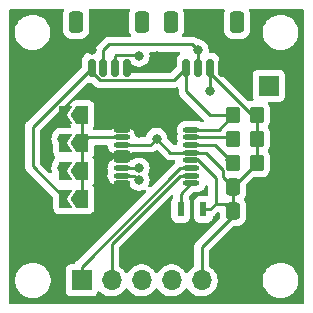
<source format=gbr>
%TF.GenerationSoftware,KiCad,Pcbnew,(7.0.0)*%
%TF.CreationDate,2023-02-19T16:47:07-06:00*%
%TF.ProjectId,ADS1219,41445331-3231-4392-9e6b-696361645f70,4*%
%TF.SameCoordinates,Original*%
%TF.FileFunction,Copper,L1,Top*%
%TF.FilePolarity,Positive*%
%FSLAX46Y46*%
G04 Gerber Fmt 4.6, Leading zero omitted, Abs format (unit mm)*
G04 Created by KiCad (PCBNEW (7.0.0)) date 2023-02-19 16:47:07*
%MOMM*%
%LPD*%
G01*
G04 APERTURE LIST*
G04 Aperture macros list*
%AMRoundRect*
0 Rectangle with rounded corners*
0 $1 Rounding radius*
0 $2 $3 $4 $5 $6 $7 $8 $9 X,Y pos of 4 corners*
0 Add a 4 corners polygon primitive as box body*
4,1,4,$2,$3,$4,$5,$6,$7,$8,$9,$2,$3,0*
0 Add four circle primitives for the rounded corners*
1,1,$1+$1,$2,$3*
1,1,$1+$1,$4,$5*
1,1,$1+$1,$6,$7*
1,1,$1+$1,$8,$9*
0 Add four rect primitives between the rounded corners*
20,1,$1+$1,$2,$3,$4,$5,0*
20,1,$1+$1,$4,$5,$6,$7,0*
20,1,$1+$1,$6,$7,$8,$9,0*
20,1,$1+$1,$8,$9,$2,$3,0*%
%AMFreePoly0*
4,1,6,1.000000,0.000000,0.500000,-0.750000,-0.500000,-0.750000,-0.500000,0.750000,0.500000,0.750000,1.000000,0.000000,1.000000,0.000000,$1*%
%AMFreePoly1*
4,1,6,0.500000,-0.750000,-0.650000,-0.750000,-0.150000,0.000000,-0.650000,0.750000,0.500000,0.750000,0.500000,-0.750000,0.500000,-0.750000,$1*%
G04 Aperture macros list end*
%TA.AperFunction,SMDPad,CuDef*%
%ADD10R,0.568000X1.258799*%
%TD*%
%TA.AperFunction,ComponentPad*%
%ADD11R,1.700000X1.700000*%
%TD*%
%TA.AperFunction,SMDPad,CuDef*%
%ADD12O,1.400000X0.449999*%
%TD*%
%TA.AperFunction,SMDPad,CuDef*%
%ADD13RoundRect,0.150000X0.150000X0.625000X-0.150000X0.625000X-0.150000X-0.625000X0.150000X-0.625000X0*%
%TD*%
%TA.AperFunction,SMDPad,CuDef*%
%ADD14RoundRect,0.250000X0.350000X0.650000X-0.350000X0.650000X-0.350000X-0.650000X0.350000X-0.650000X0*%
%TD*%
%TA.AperFunction,SMDPad,CuDef*%
%ADD15FreePoly0,180.000000*%
%TD*%
%TA.AperFunction,SMDPad,CuDef*%
%ADD16FreePoly1,180.000000*%
%TD*%
%TA.AperFunction,SMDPad,CuDef*%
%ADD17RoundRect,0.250000X0.350000X0.450000X-0.350000X0.450000X-0.350000X-0.450000X0.350000X-0.450000X0*%
%TD*%
%TA.AperFunction,SMDPad,CuDef*%
%ADD18RoundRect,0.250000X0.337500X0.475000X-0.337500X0.475000X-0.337500X-0.475000X0.337500X-0.475000X0*%
%TD*%
%TA.AperFunction,ComponentPad*%
%ADD19O,1.700000X1.700000*%
%TD*%
%TA.AperFunction,SMDPad,CuDef*%
%ADD20RoundRect,0.250000X-0.337500X-0.475000X0.337500X-0.475000X0.337500X0.475000X-0.337500X0.475000X0*%
%TD*%
%TA.AperFunction,ViaPad*%
%ADD21C,0.800000*%
%TD*%
%TA.AperFunction,Conductor*%
%ADD22C,0.250000*%
%TD*%
G04 APERTURE END LIST*
D10*
%TO.P,U2,1,VIN*%
%TO.N,+3.3V*%
X174449959Y-90983999D03*
%TO.P,U2,2,VOUT*%
%TO.N,Net-(U1-Pad9)*%
X172550039Y-90983999D03*
%TO.P,U2,3,GND*%
%TO.N,GND*%
X173499999Y-93015999D03*
%TD*%
D11*
%TO.P,J4,1,Pin_1*%
%TO.N,Net-(J4-Pad1)*%
X179999999Y-80499999D03*
%TD*%
D12*
%TO.P,U1,1,A0*%
%TO.N,GND*%
X167550000Y-84225000D03*
%TO.P,U1,2,A1*%
%TO.N,/A1*%
X167550000Y-84875001D03*
%TO.P,U1,3,RESET_N*%
%TO.N,+3.3V*%
X167550000Y-85525000D03*
%TO.P,U1,4,DGND*%
%TO.N,GND*%
X167550000Y-86175001D03*
%TO.P,U1,5,AVSS*%
X167550000Y-86825000D03*
%TO.P,U1,6,AIN3*%
%TO.N,/AIN3*%
X167550000Y-87475001D03*
%TO.P,U1,7,AIN2*%
%TO.N,/AIN2*%
X167550000Y-88125000D03*
%TO.P,U1,8,REFN*%
%TO.N,GND*%
X167550000Y-88775001D03*
%TO.P,U1,9,REFP*%
%TO.N,Net-(U1-Pad9)*%
X173450001Y-88775001D03*
%TO.P,U1,10,AIN1*%
%TO.N,/AIN1*%
X173450001Y-88125000D03*
%TO.P,U1,11,AIN0*%
%TO.N,/AIN0*%
X173450001Y-87475001D03*
%TO.P,U1,12,AVDD*%
%TO.N,+3.3V*%
X173450001Y-86825000D03*
%TO.P,U1,13,DVDD*%
X173450001Y-86175001D03*
%TO.P,U1,14,DRDY_N*%
%TO.N,Net-(J4-Pad1)*%
X173450001Y-85525000D03*
%TO.P,U1,15,SDA*%
%TO.N,/SDA*%
X173450001Y-84875001D03*
%TO.P,U1,16,SCL*%
%TO.N,/SCL*%
X173450001Y-84225000D03*
%TD*%
D13*
%TO.P,J1,1,Pin_1*%
%TO.N,GND*%
X168000000Y-79000000D03*
%TO.P,J1,2,Pin_2*%
%TO.N,+3.3V*%
X167000000Y-79000000D03*
%TO.P,J1,3,Pin_3*%
%TO.N,/SDA*%
X166000000Y-79000000D03*
%TO.P,J1,4,Pin_4*%
%TO.N,/SCL*%
X165000000Y-79000000D03*
D14*
%TO.P,J1,MP*%
%TO.N,N/C*%
X163700000Y-75125000D03*
X169300000Y-75125000D03*
%TD*%
D15*
%TO.P,JP3,1,A*%
%TO.N,/A1*%
X164225000Y-87748570D03*
D16*
%TO.P,JP3,2,B*%
%TO.N,/SDA*%
X162775000Y-87748570D03*
%TD*%
D13*
%TO.P,J3,1,Pin_1*%
%TO.N,GND*%
X176000000Y-79000000D03*
%TO.P,J3,2,Pin_2*%
%TO.N,+3.3V*%
X175000000Y-79000000D03*
%TO.P,J3,3,Pin_3*%
%TO.N,/SDA*%
X174000000Y-79000000D03*
%TO.P,J3,4,Pin_4*%
%TO.N,/SCL*%
X173000000Y-79000000D03*
D14*
%TO.P,J3,MP*%
%TO.N,N/C*%
X171700000Y-75125000D03*
X177300000Y-75125000D03*
%TD*%
D17*
%TO.P,R3,1*%
%TO.N,+3.3V*%
X179000000Y-83000000D03*
%TO.P,R3,2*%
%TO.N,/SCL*%
X177000000Y-83000000D03*
%TD*%
D15*
%TO.P,JP1,1,A*%
%TO.N,/A1*%
X164225000Y-83000000D03*
D16*
%TO.P,JP1,2,B*%
%TO.N,GND*%
X162775000Y-83000000D03*
%TD*%
D18*
%TO.P,C1,1*%
%TO.N,GND*%
X179037500Y-89096000D03*
%TO.P,C1,2*%
%TO.N,+3.3V*%
X176962500Y-89096000D03*
%TD*%
D17*
%TO.P,R2,1*%
%TO.N,+3.3V*%
X179000000Y-87064000D03*
%TO.P,R2,2*%
%TO.N,Net-(J4-Pad1)*%
X177000000Y-87064000D03*
%TD*%
%TO.P,R1,1*%
%TO.N,+3.3V*%
X179000000Y-85032000D03*
%TO.P,R1,2*%
%TO.N,/SDA*%
X177000000Y-85032000D03*
%TD*%
D11*
%TO.P,J2,1,Pin_1*%
%TO.N,/AIN0*%
X164149999Y-96999999D03*
D19*
%TO.P,J2,2,Pin_2*%
%TO.N,/AIN1*%
X166689999Y-96999999D03*
%TO.P,J2,3,Pin_3*%
%TO.N,/AIN2*%
X169229999Y-96999999D03*
%TO.P,J2,4,Pin_4*%
%TO.N,/AIN3*%
X171769999Y-96999999D03*
%TO.P,J2,5,Pin_5*%
%TO.N,+3.3V*%
X174309999Y-96999999D03*
%TO.P,J2,6,Pin_6*%
%TO.N,GND*%
X176849999Y-96999999D03*
%TD*%
D15*
%TO.P,JP4,1,A*%
%TO.N,/A1*%
X164225000Y-90122855D03*
D16*
%TO.P,JP4,2,B*%
%TO.N,/SCL*%
X162775000Y-90122855D03*
%TD*%
D15*
%TO.P,JP2,1,A*%
%TO.N,/A1*%
X164225000Y-85374285D03*
D16*
%TO.P,JP2,2,B*%
%TO.N,+3.3V*%
X162775000Y-85374285D03*
%TD*%
D20*
%TO.P,C2,1*%
%TO.N,+3.3V*%
X176962500Y-91128000D03*
%TO.P,C2,2*%
%TO.N,GND*%
X179037500Y-91128000D03*
%TD*%
D21*
%TO.N,GND*%
X169000000Y-84500000D03*
X170500000Y-78000000D03*
X172000000Y-81500000D03*
X172500000Y-93000000D03*
X176000000Y-77500000D03*
X165000000Y-77500000D03*
%TO.N,+3.3V*%
X175000000Y-81000000D03*
X170500000Y-85000000D03*
X162500000Y-85000000D03*
X169000000Y-78000000D03*
%TO.N,/SDA*%
X177000000Y-85000000D03*
X162500000Y-87500000D03*
X174000000Y-77500000D03*
%TO.N,/AIN2*%
X169000000Y-88500000D03*
%TO.N,/AIN3*%
X169000000Y-87500000D03*
%TO.N,Net-(J4-Pad1)*%
X176718000Y-86782000D03*
%TD*%
D22*
%TO.N,/A1*%
X164724283Y-84875002D02*
X164225000Y-85374285D01*
X167550001Y-84875002D02*
X164724283Y-84875002D01*
%TO.N,+3.3V*%
X174675002Y-86175002D02*
X176122600Y-87622600D01*
X169000000Y-78000000D02*
X168947600Y-77947600D01*
X179000000Y-87064000D02*
X179000000Y-83000000D01*
X175016000Y-90984000D02*
X175500000Y-90500000D01*
X175500000Y-90500000D02*
X176334500Y-90500000D01*
X175500000Y-88339500D02*
X175500000Y-90500000D01*
X174310000Y-94190000D02*
X174310000Y-97000000D01*
X178545856Y-83000000D02*
X175000000Y-79454144D01*
X176968000Y-89096000D02*
X179000000Y-87064000D01*
X173450002Y-86175002D02*
X174675002Y-86175002D01*
X167052400Y-77947600D02*
X167000000Y-78000000D01*
X175000000Y-79454144D02*
X175000000Y-79000000D01*
X168947600Y-77947600D02*
X167052400Y-77947600D01*
X175000000Y-81000000D02*
X175000000Y-79000000D01*
X179000000Y-83000000D02*
X178545856Y-83000000D01*
X173450002Y-86825001D02*
X173985501Y-86825001D01*
X176122600Y-88256100D02*
X176962500Y-89096000D01*
X176962500Y-91537500D02*
X174310000Y-94190000D01*
X176122600Y-87622600D02*
X176122600Y-88256100D01*
X170500000Y-85000000D02*
X171675002Y-86175002D01*
X171675002Y-86175002D02*
X173450002Y-86175002D01*
X176962500Y-91128000D02*
X176962500Y-89096000D01*
X176962500Y-89096000D02*
X176968000Y-89096000D01*
X174449960Y-90984000D02*
X175016000Y-90984000D01*
X176334500Y-90500000D02*
X176962500Y-91128000D01*
X170500000Y-85000000D02*
X169974999Y-85525001D01*
X173985501Y-86825001D02*
X175500000Y-88339500D01*
X176962500Y-91128000D02*
X176962500Y-91537500D01*
X167000000Y-78000000D02*
X167000000Y-79000000D01*
X169974999Y-85525001D02*
X167550001Y-85525001D01*
%TO.N,/SDA*%
X173450002Y-84875002D02*
X176843002Y-84875002D01*
X176843002Y-84875002D02*
X177000000Y-85032000D01*
X174000000Y-77500000D02*
X174000000Y-79000000D01*
X177000000Y-85000000D02*
X177000000Y-85032000D01*
X173500000Y-77000000D02*
X166500000Y-77000000D01*
X166500000Y-77000000D02*
X166000000Y-77500000D01*
X166000000Y-77500000D02*
X166000000Y-79000000D01*
X174000000Y-77500000D02*
X173500000Y-77000000D01*
%TO.N,/SCL*%
X177000000Y-83000000D02*
X175774999Y-84225001D01*
X175774999Y-84225001D02*
X173450002Y-84225001D01*
X175000000Y-83000000D02*
X173000000Y-81000000D01*
X165000000Y-79379435D02*
X165000000Y-79000000D01*
X165000000Y-79000000D02*
X160000000Y-84000000D01*
X173000000Y-81000000D02*
X173000000Y-79000000D01*
X160000000Y-87347855D02*
X162775000Y-90122855D01*
X177000000Y-83000000D02*
X175500000Y-83000000D01*
X160000000Y-84000000D02*
X160000000Y-87347855D01*
X173000000Y-79000000D02*
X171947600Y-80052400D01*
X175500000Y-83000000D02*
X175000000Y-83000000D01*
X165672965Y-80052400D02*
X165000000Y-79379435D01*
X171947600Y-80052400D02*
X165672965Y-80052400D01*
%TO.N,/AIN0*%
X173450002Y-87475002D02*
X172500002Y-87475002D01*
X164150000Y-95825004D02*
X164150000Y-97000000D01*
X172500002Y-87475002D02*
X164150000Y-95825004D01*
%TO.N,/AIN1*%
X173450002Y-88125001D02*
X172500002Y-88125001D01*
X172500002Y-88125001D02*
X166690000Y-93935003D01*
X166690000Y-93935003D02*
X166690000Y-97000000D01*
%TO.N,/AIN2*%
X168625001Y-88125001D02*
X167550001Y-88125001D01*
X169000000Y-88500000D02*
X168625001Y-88125001D01*
%TO.N,/AIN3*%
X167574999Y-87500000D02*
X167550001Y-87475002D01*
X169000000Y-87500000D02*
X167574999Y-87500000D01*
%TO.N,Net-(J4-Pad1)*%
X173450002Y-85525001D02*
X175461001Y-85525001D01*
X175461001Y-85525001D02*
X176718000Y-86782000D01*
X176718000Y-86782000D02*
X177000000Y-87064000D01*
%TO.N,Net-(U1-Pad9)*%
X172550040Y-89674964D02*
X173450002Y-88775002D01*
X172550040Y-90984000D02*
X172550040Y-89674964D01*
%TO.N,/A1*%
X164225000Y-83000000D02*
X164225000Y-90122855D01*
%TD*%
%TA.AperFunction,Conductor*%
%TO.N,GND*%
G36*
X162591050Y-74014316D02*
G01*
X162635835Y-74052736D01*
X162658218Y-74107332D01*
X162653288Y-74166132D01*
X162602113Y-74320574D01*
X162591500Y-74424455D01*
X162591500Y-74427659D01*
X162591500Y-74427660D01*
X162591500Y-75822338D01*
X162591500Y-75822357D01*
X162591501Y-75825544D01*
X162602113Y-75929426D01*
X162604272Y-75935943D01*
X162604274Y-75935950D01*
X162655577Y-76090774D01*
X162657885Y-76097738D01*
X162661732Y-76103976D01*
X162661735Y-76103981D01*
X162744246Y-76237751D01*
X162750970Y-76248652D01*
X162876348Y-76374030D01*
X162925477Y-76404333D01*
X163021018Y-76463264D01*
X163021020Y-76463265D01*
X163027262Y-76467115D01*
X163195574Y-76522887D01*
X163299455Y-76533500D01*
X164100544Y-76533499D01*
X164204426Y-76522887D01*
X164372738Y-76467115D01*
X164523652Y-76374030D01*
X164649030Y-76248652D01*
X164742115Y-76097738D01*
X164797887Y-75929426D01*
X164808500Y-75825545D01*
X164808499Y-74424456D01*
X164797887Y-74320574D01*
X164746711Y-74166132D01*
X164741782Y-74107332D01*
X164764165Y-74052736D01*
X164808950Y-74014316D01*
X164866316Y-74000500D01*
X168133684Y-74000500D01*
X168191050Y-74014316D01*
X168235835Y-74052736D01*
X168258218Y-74107332D01*
X168253288Y-74166132D01*
X168202113Y-74320574D01*
X168191500Y-74424455D01*
X168191500Y-74427659D01*
X168191500Y-74427660D01*
X168191500Y-75822338D01*
X168191500Y-75822357D01*
X168191501Y-75825544D01*
X168202113Y-75929426D01*
X168204272Y-75935943D01*
X168204274Y-75935950D01*
X168255577Y-76090774D01*
X168257885Y-76097738D01*
X168261732Y-76103976D01*
X168261735Y-76103981D01*
X168305142Y-76174353D01*
X168323871Y-76237751D01*
X168307925Y-76301906D01*
X168261693Y-76349158D01*
X168197901Y-76366500D01*
X166578768Y-76366500D01*
X166567584Y-76365972D01*
X166560092Y-76364298D01*
X166552166Y-76364547D01*
X166492002Y-76366438D01*
X166488044Y-76366500D01*
X166460144Y-76366500D01*
X166456219Y-76366995D01*
X166456198Y-76366997D01*
X166456124Y-76367007D01*
X166444313Y-76367936D01*
X166408034Y-76369076D01*
X166408026Y-76369077D01*
X166400111Y-76369326D01*
X166392500Y-76371536D01*
X166392493Y-76371538D01*
X166380648Y-76374979D01*
X166361303Y-76378985D01*
X166349072Y-76380530D01*
X166349059Y-76380533D01*
X166341203Y-76381526D01*
X166333839Y-76384441D01*
X166333829Y-76384444D01*
X166300092Y-76397802D01*
X166288865Y-76401646D01*
X166254018Y-76411770D01*
X166254013Y-76411772D01*
X166246407Y-76413982D01*
X166239590Y-76418012D01*
X166239581Y-76418017D01*
X166228960Y-76424298D01*
X166211221Y-76432989D01*
X166199749Y-76437531D01*
X166199746Y-76437532D01*
X166192383Y-76440448D01*
X166185976Y-76445102D01*
X166185972Y-76445105D01*
X166156611Y-76466437D01*
X166146693Y-76472951D01*
X166115465Y-76491419D01*
X166115457Y-76491425D01*
X166108638Y-76495458D01*
X166103036Y-76501058D01*
X166103029Y-76501065D01*
X166094308Y-76509786D01*
X166079287Y-76522615D01*
X166069307Y-76529866D01*
X166069298Y-76529873D01*
X166062893Y-76534528D01*
X166057845Y-76540628D01*
X166057836Y-76540638D01*
X166034705Y-76568598D01*
X166026718Y-76577376D01*
X165607738Y-76996355D01*
X165599458Y-77003889D01*
X165592982Y-77008000D01*
X165587561Y-77013773D01*
X165546370Y-77057636D01*
X165543621Y-77060472D01*
X165526667Y-77077427D01*
X165526660Y-77077434D01*
X165523865Y-77080230D01*
X165521442Y-77083352D01*
X165521426Y-77083371D01*
X165521365Y-77083451D01*
X165513690Y-77092435D01*
X165488838Y-77118902D01*
X165488835Y-77118904D01*
X165483414Y-77124679D01*
X165479600Y-77131614D01*
X165479592Y-77131627D01*
X165473650Y-77142436D01*
X165462803Y-77158949D01*
X165455243Y-77168695D01*
X165455237Y-77168704D01*
X165450386Y-77174959D01*
X165447242Y-77182223D01*
X165447238Y-77182231D01*
X165432824Y-77215540D01*
X165427604Y-77226195D01*
X165410125Y-77257989D01*
X165410121Y-77257997D01*
X165406305Y-77264940D01*
X165404333Y-77272616D01*
X165404331Y-77272624D01*
X165401266Y-77284562D01*
X165394865Y-77303259D01*
X165389968Y-77314576D01*
X165389966Y-77314581D01*
X165386819Y-77321855D01*
X165385579Y-77329680D01*
X165385577Y-77329689D01*
X165379901Y-77365524D01*
X165377495Y-77377144D01*
X165368471Y-77412289D01*
X165368469Y-77412297D01*
X165366500Y-77419970D01*
X165366500Y-77427899D01*
X165366500Y-77440224D01*
X165364949Y-77459935D01*
X165363019Y-77472114D01*
X165363018Y-77472121D01*
X165361780Y-77479943D01*
X165362525Y-77487826D01*
X165362525Y-77487834D01*
X165365941Y-77523961D01*
X165366500Y-77535819D01*
X165366500Y-77591999D01*
X165347932Y-77657835D01*
X165297701Y-77704267D01*
X165230611Y-77717610D01*
X165218976Y-77716694D01*
X165218957Y-77716693D01*
X165216502Y-77716500D01*
X164783498Y-77716500D01*
X164781050Y-77716692D01*
X164781041Y-77716693D01*
X164752579Y-77718933D01*
X164752574Y-77718933D01*
X164746169Y-77719438D01*
X164739997Y-77721231D01*
X164739992Y-77721232D01*
X164594011Y-77763643D01*
X164594007Y-77763644D01*
X164586399Y-77765855D01*
X164579578Y-77769888D01*
X164579573Y-77769891D01*
X164450020Y-77846509D01*
X164450017Y-77846511D01*
X164443193Y-77850547D01*
X164437588Y-77856151D01*
X164437584Y-77856155D01*
X164331155Y-77962584D01*
X164331151Y-77962588D01*
X164325547Y-77968193D01*
X164321511Y-77975017D01*
X164321509Y-77975020D01*
X164244891Y-78104573D01*
X164244888Y-78104578D01*
X164240855Y-78111399D01*
X164238644Y-78119007D01*
X164238643Y-78119011D01*
X164196232Y-78264992D01*
X164196231Y-78264997D01*
X164194438Y-78271169D01*
X164191500Y-78308498D01*
X164191500Y-78310968D01*
X164191500Y-78860406D01*
X164181909Y-78908624D01*
X164154595Y-78949501D01*
X159607742Y-83496351D01*
X159599459Y-83503888D01*
X159592982Y-83508000D01*
X159587563Y-83513769D01*
X159587555Y-83513777D01*
X159546370Y-83557635D01*
X159543621Y-83560472D01*
X159526667Y-83577427D01*
X159526660Y-83577434D01*
X159523865Y-83580230D01*
X159521442Y-83583352D01*
X159521426Y-83583371D01*
X159521365Y-83583451D01*
X159513690Y-83592435D01*
X159488838Y-83618902D01*
X159488835Y-83618904D01*
X159483414Y-83624679D01*
X159479600Y-83631614D01*
X159479592Y-83631627D01*
X159473650Y-83642436D01*
X159462803Y-83658949D01*
X159455243Y-83668695D01*
X159455237Y-83668704D01*
X159450386Y-83674959D01*
X159447242Y-83682223D01*
X159447238Y-83682231D01*
X159432824Y-83715540D01*
X159427604Y-83726195D01*
X159410125Y-83757989D01*
X159410121Y-83757997D01*
X159406305Y-83764940D01*
X159404333Y-83772616D01*
X159404331Y-83772624D01*
X159401266Y-83784562D01*
X159394865Y-83803259D01*
X159389968Y-83814576D01*
X159389966Y-83814581D01*
X159386819Y-83821855D01*
X159385579Y-83829680D01*
X159385577Y-83829689D01*
X159379901Y-83865524D01*
X159377495Y-83877144D01*
X159368471Y-83912289D01*
X159368469Y-83912297D01*
X159366500Y-83919970D01*
X159366500Y-83927899D01*
X159366500Y-83940224D01*
X159364949Y-83959935D01*
X159363019Y-83972114D01*
X159363018Y-83972121D01*
X159361780Y-83979943D01*
X159362525Y-83987826D01*
X159362525Y-83987834D01*
X159365941Y-84023961D01*
X159366500Y-84035819D01*
X159366500Y-87269088D01*
X159365972Y-87280271D01*
X159364298Y-87287764D01*
X159364547Y-87295688D01*
X159364547Y-87295690D01*
X159366438Y-87355841D01*
X159366500Y-87359800D01*
X159366500Y-87387711D01*
X159366995Y-87391629D01*
X159366997Y-87391661D01*
X159367008Y-87391743D01*
X159367937Y-87403552D01*
X159369077Y-87439824D01*
X159369078Y-87439831D01*
X159369327Y-87447744D01*
X159371537Y-87455353D01*
X159371538Y-87455355D01*
X159374978Y-87467197D01*
X159378986Y-87486548D01*
X159381526Y-87506652D01*
X159384444Y-87514024D01*
X159384445Y-87514025D01*
X159397800Y-87547756D01*
X159401645Y-87558985D01*
X159411771Y-87593841D01*
X159411773Y-87593847D01*
X159413982Y-87601448D01*
X159418014Y-87608266D01*
X159418015Y-87608268D01*
X159424293Y-87618884D01*
X159432990Y-87636637D01*
X159440448Y-87655472D01*
X159445107Y-87661885D01*
X159445108Y-87661886D01*
X159466432Y-87691236D01*
X159472948Y-87701156D01*
X159491422Y-87732393D01*
X159495458Y-87739217D01*
X159501063Y-87744821D01*
X159501063Y-87744822D01*
X159509778Y-87753537D01*
X159522618Y-87768570D01*
X159534528Y-87784962D01*
X159540635Y-87790014D01*
X159540636Y-87790015D01*
X159568598Y-87813147D01*
X159577378Y-87821137D01*
X161724366Y-89968125D01*
X161751680Y-90009002D01*
X161761271Y-90057220D01*
X161761271Y-90872855D01*
X161761808Y-90876940D01*
X161761809Y-90876942D01*
X161777697Y-90997629D01*
X161777698Y-90997635D01*
X161778776Y-91005818D01*
X161781935Y-91013446D01*
X161781936Y-91013447D01*
X161826937Y-91122090D01*
X161826938Y-91122093D01*
X161830098Y-91129720D01*
X161911739Y-91236116D01*
X161918288Y-91241141D01*
X161918289Y-91241142D01*
X162011584Y-91312730D01*
X162011586Y-91312731D01*
X162018136Y-91317757D01*
X162056370Y-91333594D01*
X162134410Y-91365920D01*
X162134411Y-91365920D01*
X162142037Y-91369079D01*
X162275000Y-91386584D01*
X163420755Y-91386584D01*
X163425000Y-91386584D01*
X163556965Y-91368670D01*
X163599749Y-91371042D01*
X163600044Y-91371156D01*
X163725000Y-91386584D01*
X164720878Y-91386584D01*
X164725000Y-91386584D01*
X164857963Y-91369079D01*
X164981865Y-91317757D01*
X165088261Y-91236116D01*
X165169902Y-91129720D01*
X165221224Y-91005818D01*
X165238729Y-90872855D01*
X165238729Y-89372855D01*
X165221224Y-89239892D01*
X165169902Y-89115991D01*
X165164876Y-89109441D01*
X165164875Y-89109439D01*
X165090426Y-89012415D01*
X165067376Y-88962982D01*
X165067376Y-88908439D01*
X165090424Y-88859011D01*
X165169902Y-88755435D01*
X165221224Y-88631533D01*
X165238729Y-88498570D01*
X165238729Y-86998570D01*
X165221224Y-86865607D01*
X165218064Y-86857979D01*
X165199216Y-86812476D01*
X165169902Y-86741706D01*
X165164876Y-86735156D01*
X165164875Y-86735154D01*
X165090426Y-86638130D01*
X165067376Y-86588697D01*
X165067376Y-86534154D01*
X165090424Y-86484726D01*
X165169902Y-86381150D01*
X165221224Y-86257248D01*
X165238729Y-86124285D01*
X165238729Y-85634502D01*
X165255610Y-85571502D01*
X165301729Y-85525383D01*
X165364729Y-85508502D01*
X166221550Y-85508502D01*
X166278099Y-85521904D01*
X166322618Y-85559260D01*
X166345636Y-85612623D01*
X166366257Y-85729577D01*
X166366259Y-85729584D01*
X166367532Y-85736803D01*
X166370436Y-85743537D01*
X166370438Y-85743541D01*
X166393832Y-85797774D01*
X166435447Y-85894247D01*
X166439828Y-85900132D01*
X166439830Y-85900135D01*
X166507084Y-85990473D01*
X166537840Y-86031785D01*
X166669192Y-86142002D01*
X166822421Y-86218956D01*
X166989266Y-86258500D01*
X168064051Y-86258500D01*
X168067720Y-86258500D01*
X168195310Y-86243587D01*
X168356437Y-86184942D01*
X168365121Y-86179230D01*
X168398223Y-86163795D01*
X168434361Y-86158501D01*
X169896232Y-86158501D01*
X169907415Y-86159028D01*
X169914908Y-86160703D01*
X169982984Y-86158563D01*
X169986944Y-86158501D01*
X170010893Y-86158501D01*
X170014855Y-86158501D01*
X170018855Y-86157995D01*
X170030698Y-86157062D01*
X170074888Y-86155674D01*
X170094332Y-86150024D01*
X170113701Y-86146013D01*
X170133796Y-86143475D01*
X170174914Y-86127194D01*
X170186116Y-86123358D01*
X170228592Y-86111019D01*
X170246038Y-86100700D01*
X170263768Y-86092014D01*
X170282616Y-86084553D01*
X170318386Y-86058562D01*
X170328297Y-86052052D01*
X170366361Y-86029543D01*
X170380687Y-86015216D01*
X170395716Y-86002379D01*
X170412106Y-85990473D01*
X170416763Y-85984843D01*
X170472689Y-85954477D01*
X170536628Y-85955481D01*
X170591840Y-85987744D01*
X170889113Y-86285018D01*
X171171355Y-86567260D01*
X171178889Y-86575539D01*
X171183002Y-86582020D01*
X171188781Y-86587446D01*
X171188782Y-86587448D01*
X171232653Y-86628645D01*
X171235494Y-86631399D01*
X171255232Y-86651137D01*
X171258362Y-86653565D01*
X171258434Y-86653621D01*
X171267442Y-86661315D01*
X171299681Y-86691588D01*
X171306629Y-86695407D01*
X171306631Y-86695409D01*
X171317428Y-86701345D01*
X171333952Y-86712199D01*
X171343696Y-86719757D01*
X171343699Y-86719759D01*
X171349961Y-86724616D01*
X171357234Y-86727763D01*
X171390537Y-86742174D01*
X171401202Y-86747399D01*
X171439942Y-86768697D01*
X171459562Y-86773734D01*
X171478254Y-86780132D01*
X171496857Y-86788183D01*
X171540527Y-86795099D01*
X171552127Y-86797500D01*
X171594972Y-86808502D01*
X171615226Y-86808502D01*
X171634936Y-86810052D01*
X171654945Y-86813222D01*
X171698963Y-86809060D01*
X171710821Y-86808502D01*
X171961435Y-86808502D01*
X172028950Y-86828117D01*
X172075444Y-86880855D01*
X172086441Y-86950296D01*
X172058518Y-87014820D01*
X172034703Y-87043606D01*
X172026715Y-87052383D01*
X170001722Y-89077375D01*
X169950516Y-89108448D01*
X169890746Y-89112366D01*
X169835922Y-89088242D01*
X169798432Y-89041528D01*
X169786747Y-88982782D01*
X169803507Y-88925283D01*
X169834527Y-88871556D01*
X169893542Y-88689928D01*
X169913504Y-88500000D01*
X169893542Y-88310072D01*
X169834527Y-88128444D01*
X169796742Y-88063000D01*
X169779862Y-88000000D01*
X169796743Y-87936999D01*
X169819492Y-87897597D01*
X169834527Y-87871556D01*
X169893542Y-87689928D01*
X169913504Y-87500000D01*
X169893542Y-87310072D01*
X169834527Y-87128444D01*
X169739040Y-86963056D01*
X169611253Y-86821134D01*
X169605911Y-86817253D01*
X169605908Y-86817250D01*
X169509766Y-86747399D01*
X169456752Y-86708882D01*
X169282288Y-86631206D01*
X169275835Y-86629834D01*
X169275831Y-86629833D01*
X169101943Y-86592872D01*
X169101940Y-86592871D01*
X169095487Y-86591500D01*
X168904513Y-86591500D01*
X168898060Y-86592871D01*
X168898056Y-86592872D01*
X168724168Y-86629833D01*
X168724161Y-86629835D01*
X168717712Y-86631206D01*
X168711682Y-86633890D01*
X168711681Y-86633891D01*
X168549278Y-86706197D01*
X168549275Y-86706198D01*
X168543248Y-86708882D01*
X168537911Y-86712759D01*
X168537905Y-86712763D01*
X168437994Y-86785353D01*
X168374184Y-86808999D01*
X168307385Y-86796015D01*
X168284138Y-86784340D01*
X168284137Y-86784339D01*
X168277581Y-86781047D01*
X168270438Y-86779354D01*
X168117882Y-86743196D01*
X168117876Y-86743195D01*
X168110736Y-86741503D01*
X167032282Y-86741503D01*
X167028654Y-86741926D01*
X167028637Y-86741928D01*
X166911978Y-86755564D01*
X166911974Y-86755564D01*
X166904692Y-86756416D01*
X166897803Y-86758923D01*
X166897796Y-86758925D01*
X166750468Y-86812548D01*
X166750464Y-86812549D01*
X166743565Y-86815061D01*
X166737433Y-86819093D01*
X166737427Y-86819097D01*
X166606441Y-86905248D01*
X166606435Y-86905252D01*
X166600306Y-86909284D01*
X166595270Y-86914620D01*
X166595266Y-86914625D01*
X166487676Y-87028664D01*
X166487672Y-87028668D01*
X166482638Y-87034005D01*
X166478968Y-87040361D01*
X166478967Y-87040363D01*
X166400574Y-87176144D01*
X166400572Y-87176148D01*
X166396905Y-87182500D01*
X166394801Y-87189525D01*
X166394801Y-87189527D01*
X166349830Y-87339737D01*
X166349828Y-87339743D01*
X166347727Y-87346764D01*
X166347300Y-87354082D01*
X166347300Y-87354087D01*
X166338183Y-87510615D01*
X166338183Y-87510620D01*
X166337757Y-87517941D01*
X166339030Y-87525165D01*
X166339031Y-87525167D01*
X166346536Y-87567729D01*
X166367532Y-87686804D01*
X166392578Y-87744868D01*
X166402883Y-87794757D01*
X166395202Y-87831989D01*
X166396905Y-87832499D01*
X166349830Y-87989736D01*
X166349828Y-87989742D01*
X166347727Y-87996763D01*
X166347300Y-88004081D01*
X166347300Y-88004086D01*
X166338183Y-88160614D01*
X166338183Y-88160619D01*
X166337757Y-88167940D01*
X166339030Y-88175164D01*
X166339031Y-88175166D01*
X166357885Y-88282090D01*
X166367532Y-88336803D01*
X166370436Y-88343537D01*
X166370438Y-88343541D01*
X166376116Y-88356704D01*
X166435447Y-88494247D01*
X166537840Y-88631785D01*
X166669192Y-88742002D01*
X166822421Y-88818956D01*
X166989266Y-88858500D01*
X168064051Y-88858500D01*
X168067720Y-88858500D01*
X168071364Y-88858074D01*
X168075022Y-88857861D01*
X168075067Y-88858650D01*
X168118307Y-88861997D01*
X168161723Y-88883790D01*
X168193667Y-88920390D01*
X168212093Y-88952304D01*
X168260960Y-89036944D01*
X168388747Y-89178866D01*
X168543248Y-89291118D01*
X168717712Y-89368794D01*
X168904513Y-89408500D01*
X169088884Y-89408500D01*
X169095487Y-89408500D01*
X169282288Y-89368794D01*
X169432749Y-89301804D01*
X169501096Y-89292078D01*
X169564311Y-89319827D01*
X169603415Y-89376723D01*
X169606667Y-89445684D01*
X169573091Y-89506007D01*
X163757742Y-95321355D01*
X163749459Y-95328892D01*
X163742982Y-95333004D01*
X163737563Y-95338773D01*
X163737555Y-95338781D01*
X163696370Y-95382639D01*
X163693621Y-95385476D01*
X163676667Y-95402431D01*
X163676660Y-95402438D01*
X163673865Y-95405234D01*
X163671442Y-95408356D01*
X163671426Y-95408375D01*
X163671365Y-95408455D01*
X163663690Y-95417439D01*
X163638838Y-95443906D01*
X163638835Y-95443908D01*
X163633414Y-95449683D01*
X163629600Y-95456618D01*
X163629592Y-95456631D01*
X163623650Y-95467440D01*
X163612803Y-95483953D01*
X163605243Y-95493699D01*
X163605237Y-95493708D01*
X163600386Y-95499963D01*
X163597242Y-95507227D01*
X163597238Y-95507235D01*
X163582824Y-95540544D01*
X163577605Y-95551197D01*
X163563863Y-95576196D01*
X163517587Y-95623952D01*
X163453446Y-95641500D01*
X163251362Y-95641500D01*
X163248015Y-95641859D01*
X163248011Y-95641860D01*
X163198632Y-95647168D01*
X163198625Y-95647169D01*
X163190799Y-95648011D01*
X163183423Y-95650761D01*
X163183419Y-95650763D01*
X163062236Y-95695962D01*
X163062230Y-95695965D01*
X163053796Y-95699111D01*
X163046588Y-95704506D01*
X163046582Y-95704510D01*
X162943950Y-95781340D01*
X162943946Y-95781343D01*
X162936739Y-95786739D01*
X162931343Y-95793946D01*
X162931340Y-95793950D01*
X162854510Y-95896582D01*
X162854506Y-95896588D01*
X162849111Y-95903796D01*
X162845965Y-95912230D01*
X162845962Y-95912236D01*
X162800763Y-96033419D01*
X162800761Y-96033423D01*
X162798011Y-96040799D01*
X162797169Y-96048625D01*
X162797168Y-96048632D01*
X162795585Y-96063362D01*
X162791500Y-96101362D01*
X162791500Y-97898638D01*
X162791859Y-97901985D01*
X162791860Y-97901988D01*
X162797168Y-97951367D01*
X162797169Y-97951373D01*
X162798011Y-97959201D01*
X162800762Y-97966578D01*
X162800763Y-97966580D01*
X162845962Y-98087763D01*
X162845964Y-98087766D01*
X162849111Y-98096204D01*
X162854508Y-98103414D01*
X162854510Y-98103417D01*
X162920087Y-98191017D01*
X162936739Y-98213261D01*
X163053796Y-98300889D01*
X163190799Y-98351989D01*
X163251362Y-98358500D01*
X165045269Y-98358500D01*
X165048638Y-98358500D01*
X165109201Y-98351989D01*
X165246204Y-98300889D01*
X165363261Y-98213261D01*
X165450889Y-98096204D01*
X165494998Y-97977943D01*
X165531530Y-97925904D01*
X165588820Y-97898328D01*
X165652282Y-97902238D01*
X165705755Y-97936638D01*
X165726526Y-97959201D01*
X165766760Y-98002906D01*
X165944424Y-98141189D01*
X166142426Y-98248342D01*
X166147355Y-98250034D01*
X166147357Y-98250035D01*
X166248895Y-98284892D01*
X166355365Y-98321444D01*
X166577431Y-98358500D01*
X166797358Y-98358500D01*
X166802569Y-98358500D01*
X167024635Y-98321444D01*
X167237574Y-98248342D01*
X167435576Y-98141189D01*
X167613240Y-98002906D01*
X167765722Y-97837268D01*
X167854518Y-97701354D01*
X167900030Y-97659457D01*
X167960000Y-97644271D01*
X168019970Y-97659457D01*
X168065481Y-97701354D01*
X168154278Y-97837268D01*
X168157806Y-97841100D01*
X168303227Y-97999069D01*
X168303231Y-97999073D01*
X168306760Y-98002906D01*
X168484424Y-98141189D01*
X168682426Y-98248342D01*
X168687355Y-98250034D01*
X168687357Y-98250035D01*
X168788895Y-98284892D01*
X168895365Y-98321444D01*
X169117431Y-98358500D01*
X169337358Y-98358500D01*
X169342569Y-98358500D01*
X169564635Y-98321444D01*
X169777574Y-98248342D01*
X169975576Y-98141189D01*
X170153240Y-98002906D01*
X170305722Y-97837268D01*
X170394518Y-97701354D01*
X170440030Y-97659457D01*
X170500000Y-97644271D01*
X170559970Y-97659457D01*
X170605481Y-97701354D01*
X170694278Y-97837268D01*
X170697806Y-97841100D01*
X170843227Y-97999069D01*
X170843231Y-97999073D01*
X170846760Y-98002906D01*
X171024424Y-98141189D01*
X171222426Y-98248342D01*
X171227355Y-98250034D01*
X171227357Y-98250035D01*
X171328895Y-98284892D01*
X171435365Y-98321444D01*
X171657431Y-98358500D01*
X171877358Y-98358500D01*
X171882569Y-98358500D01*
X172104635Y-98321444D01*
X172317574Y-98248342D01*
X172515576Y-98141189D01*
X172693240Y-98002906D01*
X172845722Y-97837268D01*
X172934518Y-97701354D01*
X172980030Y-97659457D01*
X173040000Y-97644271D01*
X173099970Y-97659457D01*
X173145481Y-97701354D01*
X173234278Y-97837268D01*
X173237806Y-97841100D01*
X173383227Y-97999069D01*
X173383231Y-97999073D01*
X173386760Y-98002906D01*
X173564424Y-98141189D01*
X173762426Y-98248342D01*
X173767355Y-98250034D01*
X173767357Y-98250035D01*
X173868895Y-98284892D01*
X173975365Y-98321444D01*
X174197431Y-98358500D01*
X174417358Y-98358500D01*
X174422569Y-98358500D01*
X174644635Y-98321444D01*
X174857574Y-98248342D01*
X175055576Y-98141189D01*
X175233240Y-98002906D01*
X175385722Y-97837268D01*
X175508860Y-97648791D01*
X175599296Y-97442616D01*
X175654564Y-97224368D01*
X175662853Y-97124335D01*
X179499500Y-97124335D01*
X179540429Y-97369614D01*
X179542119Y-97374538D01*
X179542121Y-97374544D01*
X179619478Y-97599878D01*
X179619481Y-97599886D01*
X179621172Y-97604810D01*
X179623651Y-97609392D01*
X179623653Y-97609395D01*
X179650745Y-97659457D01*
X179739526Y-97823509D01*
X179742725Y-97827619D01*
X179859727Y-97977944D01*
X179892262Y-98019744D01*
X179896093Y-98023271D01*
X179896098Y-98023276D01*
X180026879Y-98143668D01*
X180075215Y-98188164D01*
X180283393Y-98324173D01*
X180511119Y-98424063D01*
X180752179Y-98485108D01*
X180937933Y-98500500D01*
X181059453Y-98500500D01*
X181062067Y-98500500D01*
X181247821Y-98485108D01*
X181488881Y-98424063D01*
X181716607Y-98324173D01*
X181924785Y-98188164D01*
X182107738Y-98019744D01*
X182260474Y-97823509D01*
X182378828Y-97604810D01*
X182459571Y-97369614D01*
X182500500Y-97124335D01*
X182500500Y-96875665D01*
X182459571Y-96630386D01*
X182378828Y-96395190D01*
X182260474Y-96176491D01*
X182154861Y-96040799D01*
X182110938Y-95984367D01*
X182110936Y-95984365D01*
X182107738Y-95980256D01*
X182103905Y-95976728D01*
X182103901Y-95976723D01*
X181928624Y-95815370D01*
X181928623Y-95815369D01*
X181924785Y-95811836D01*
X181897408Y-95793950D01*
X181720972Y-95678679D01*
X181716607Y-95675827D01*
X181639170Y-95641860D01*
X181493653Y-95578030D01*
X181493650Y-95578029D01*
X181488881Y-95575937D01*
X181483832Y-95574658D01*
X181483828Y-95574657D01*
X181310766Y-95530832D01*
X181247821Y-95514892D01*
X181242630Y-95514461D01*
X181242625Y-95514461D01*
X181064667Y-95499715D01*
X181064656Y-95499714D01*
X181062067Y-95499500D01*
X180937933Y-95499500D01*
X180935344Y-95499714D01*
X180935332Y-95499715D01*
X180757374Y-95514461D01*
X180757367Y-95514462D01*
X180752179Y-95514892D01*
X180747121Y-95516172D01*
X180747120Y-95516173D01*
X180516171Y-95574657D01*
X180516163Y-95574659D01*
X180511119Y-95575937D01*
X180506352Y-95578027D01*
X180506346Y-95578030D01*
X180288168Y-95673732D01*
X180288163Y-95673734D01*
X180283393Y-95675827D01*
X180279030Y-95678676D01*
X180279027Y-95678679D01*
X180079582Y-95808982D01*
X180079574Y-95808987D01*
X180075215Y-95811836D01*
X180071381Y-95815364D01*
X180071375Y-95815370D01*
X179896098Y-95976723D01*
X179896087Y-95976734D01*
X179892262Y-95980256D01*
X179889069Y-95984358D01*
X179889061Y-95984367D01*
X179742725Y-96172380D01*
X179742721Y-96172385D01*
X179739526Y-96176491D01*
X179737048Y-96181069D01*
X179737046Y-96181073D01*
X179623653Y-96390604D01*
X179623649Y-96390611D01*
X179621172Y-96395190D01*
X179619483Y-96400108D01*
X179619478Y-96400121D01*
X179542121Y-96625455D01*
X179542118Y-96625464D01*
X179540429Y-96630386D01*
X179499500Y-96875665D01*
X179499500Y-97124335D01*
X175662853Y-97124335D01*
X175673156Y-97000000D01*
X175654564Y-96775632D01*
X175599296Y-96557384D01*
X175508860Y-96351209D01*
X175385722Y-96162732D01*
X175266680Y-96033419D01*
X175236772Y-96000930D01*
X175236767Y-96000925D01*
X175233240Y-95997094D01*
X175055576Y-95858811D01*
X175051003Y-95856336D01*
X175050995Y-95856331D01*
X175009531Y-95833893D01*
X174961259Y-95787577D01*
X174943500Y-95723079D01*
X174943500Y-94504594D01*
X174953091Y-94456376D01*
X174980405Y-94415499D01*
X176997499Y-92398404D01*
X177038376Y-92371090D01*
X177086594Y-92361499D01*
X177347338Y-92361499D01*
X177350544Y-92361499D01*
X177454426Y-92350887D01*
X177622738Y-92295115D01*
X177773652Y-92202030D01*
X177899030Y-92076652D01*
X177992115Y-91925738D01*
X178047887Y-91757426D01*
X178058500Y-91653545D01*
X178058499Y-90602456D01*
X178047887Y-90498574D01*
X177992115Y-90330262D01*
X177899030Y-90179348D01*
X177900801Y-90178255D01*
X177882443Y-90139875D01*
X177882443Y-90084125D01*
X177900801Y-90045744D01*
X177899030Y-90044652D01*
X177946232Y-89968125D01*
X177992115Y-89893738D01*
X178047887Y-89725426D01*
X178058500Y-89621545D01*
X178058499Y-88953594D01*
X178068090Y-88905377D01*
X178095404Y-88864500D01*
X178650500Y-88309404D01*
X178691377Y-88282090D01*
X178739595Y-88272499D01*
X179397338Y-88272499D01*
X179400544Y-88272499D01*
X179504426Y-88261887D01*
X179672738Y-88206115D01*
X179823652Y-88113030D01*
X179949030Y-87987652D01*
X180042115Y-87836738D01*
X180097887Y-87668426D01*
X180108500Y-87564545D01*
X180108499Y-86563456D01*
X180097887Y-86459574D01*
X180042115Y-86291262D01*
X180021644Y-86258074D01*
X179984002Y-86197046D01*
X179949030Y-86140348D01*
X179943836Y-86135154D01*
X179939291Y-86129406D01*
X179940696Y-86128294D01*
X179913165Y-86080611D01*
X179913165Y-86015389D01*
X179940696Y-85967705D01*
X179939291Y-85966594D01*
X179943835Y-85960846D01*
X179949030Y-85955652D01*
X180042115Y-85804738D01*
X180097887Y-85636426D01*
X180108500Y-85532545D01*
X180108499Y-84531456D01*
X180097887Y-84427574D01*
X180094852Y-84418416D01*
X180047385Y-84275166D01*
X180042115Y-84259262D01*
X180031160Y-84241502D01*
X179978153Y-84155564D01*
X179949030Y-84108348D01*
X179943836Y-84103154D01*
X179939291Y-84097406D01*
X179940696Y-84096294D01*
X179913165Y-84048611D01*
X179913165Y-83983389D01*
X179940696Y-83935705D01*
X179939291Y-83934594D01*
X179943835Y-83928846D01*
X179949030Y-83923652D01*
X180042115Y-83772738D01*
X180097887Y-83604426D01*
X180108500Y-83500545D01*
X180108499Y-82499456D01*
X180097887Y-82395574D01*
X180042115Y-82227262D01*
X179949030Y-82076348D01*
X179943836Y-82071154D01*
X179939291Y-82065406D01*
X179940616Y-82064357D01*
X179915539Y-82023436D01*
X179910923Y-81964789D01*
X179933436Y-81910439D01*
X179978169Y-81872233D01*
X180035372Y-81858500D01*
X180895269Y-81858500D01*
X180898638Y-81858500D01*
X180959201Y-81851989D01*
X181096204Y-81800889D01*
X181213261Y-81713261D01*
X181300889Y-81596204D01*
X181351989Y-81459201D01*
X181358500Y-81398638D01*
X181358500Y-79601362D01*
X181351989Y-79540799D01*
X181300889Y-79403796D01*
X181273148Y-79366739D01*
X181218659Y-79293950D01*
X181213261Y-79286739D01*
X181206049Y-79281340D01*
X181103417Y-79204510D01*
X181103414Y-79204508D01*
X181096204Y-79199111D01*
X181087766Y-79195964D01*
X181087763Y-79195962D01*
X180966580Y-79150763D01*
X180966578Y-79150762D01*
X180959201Y-79148011D01*
X180951373Y-79147169D01*
X180951367Y-79147168D01*
X180901988Y-79141860D01*
X180901985Y-79141859D01*
X180898638Y-79141500D01*
X179101362Y-79141500D01*
X179098015Y-79141859D01*
X179098011Y-79141860D01*
X179048632Y-79147168D01*
X179048625Y-79147169D01*
X179040799Y-79148011D01*
X179033423Y-79150761D01*
X179033419Y-79150763D01*
X178912236Y-79195962D01*
X178912230Y-79195965D01*
X178903796Y-79199111D01*
X178896588Y-79204506D01*
X178896582Y-79204510D01*
X178793950Y-79281340D01*
X178793946Y-79281343D01*
X178786739Y-79286739D01*
X178781343Y-79293946D01*
X178781340Y-79293950D01*
X178704510Y-79396582D01*
X178704506Y-79396588D01*
X178699111Y-79403796D01*
X178695965Y-79412230D01*
X178695962Y-79412236D01*
X178650763Y-79533419D01*
X178650761Y-79533423D01*
X178648011Y-79540799D01*
X178647169Y-79548625D01*
X178647168Y-79548632D01*
X178641860Y-79598011D01*
X178641500Y-79601362D01*
X178641500Y-81398638D01*
X178641859Y-81401985D01*
X178641860Y-81401988D01*
X178647168Y-81451367D01*
X178647169Y-81451373D01*
X178648011Y-81459201D01*
X178699111Y-81596204D01*
X178704509Y-81603415D01*
X178705562Y-81605343D01*
X178720973Y-81666374D01*
X178704938Y-81727245D01*
X178661458Y-81772762D01*
X178601592Y-81791500D01*
X178599456Y-81791501D01*
X178596281Y-81791825D01*
X178596268Y-81791826D01*
X178502411Y-81801414D01*
X178502405Y-81801415D01*
X178495574Y-81802113D01*
X178489058Y-81804271D01*
X178489049Y-81804274D01*
X178380290Y-81840313D01*
X178311600Y-81843312D01*
X178251563Y-81809803D01*
X177053712Y-80611952D01*
X175845405Y-79403644D01*
X175818091Y-79362767D01*
X175808500Y-79314549D01*
X175808500Y-78310968D01*
X175808500Y-78308498D01*
X175805562Y-78271169D01*
X175759145Y-78111399D01*
X175674453Y-77968193D01*
X175556807Y-77850547D01*
X175499465Y-77816635D01*
X175420426Y-77769891D01*
X175420424Y-77769890D01*
X175413601Y-77765855D01*
X175405989Y-77763643D01*
X175405988Y-77763643D01*
X175260007Y-77721232D01*
X175260004Y-77721231D01*
X175253831Y-77719438D01*
X175247424Y-77718933D01*
X175247420Y-77718933D01*
X175218958Y-77716693D01*
X175218950Y-77716692D01*
X175216502Y-77716500D01*
X175214033Y-77716500D01*
X175030686Y-77716500D01*
X174963916Y-77697354D01*
X174917438Y-77645734D01*
X174905376Y-77577329D01*
X174910986Y-77523961D01*
X174913504Y-77500000D01*
X174893542Y-77310072D01*
X174849641Y-77174959D01*
X174836569Y-77134728D01*
X174836568Y-77134726D01*
X174834527Y-77128444D01*
X174739040Y-76963056D01*
X174611253Y-76821134D01*
X174605911Y-76817253D01*
X174605908Y-76817250D01*
X174528057Y-76760688D01*
X174456752Y-76708882D01*
X174282288Y-76631206D01*
X174275835Y-76629834D01*
X174275831Y-76629833D01*
X174101943Y-76592872D01*
X174101940Y-76592871D01*
X174095487Y-76591500D01*
X174088884Y-76591500D01*
X174040308Y-76591500D01*
X173993926Y-76582652D01*
X173954059Y-76557353D01*
X173942330Y-76546339D01*
X173939520Y-76543615D01*
X173922574Y-76526669D01*
X173919770Y-76523865D01*
X173916575Y-76521386D01*
X173907554Y-76513682D01*
X173881097Y-76488838D01*
X173875321Y-76483414D01*
X173868377Y-76479596D01*
X173868371Y-76479592D01*
X173857566Y-76473652D01*
X173841047Y-76462801D01*
X173825041Y-76450386D01*
X173817766Y-76447238D01*
X173817763Y-76447236D01*
X173784466Y-76432828D01*
X173773804Y-76427605D01*
X173742007Y-76410124D01*
X173742005Y-76410123D01*
X173735060Y-76406305D01*
X173727383Y-76404334D01*
X173727381Y-76404333D01*
X173715438Y-76401267D01*
X173696734Y-76394863D01*
X173685420Y-76389967D01*
X173685418Y-76389966D01*
X173678145Y-76386819D01*
X173670319Y-76385579D01*
X173670318Y-76385579D01*
X173634475Y-76379902D01*
X173622859Y-76377496D01*
X173580030Y-76366500D01*
X173572101Y-76366500D01*
X173559776Y-76366500D01*
X173540065Y-76364949D01*
X173527885Y-76363019D01*
X173527878Y-76363018D01*
X173520057Y-76361780D01*
X173512173Y-76362525D01*
X173512165Y-76362525D01*
X173476039Y-76365941D01*
X173464181Y-76366500D01*
X172802099Y-76366500D01*
X172738307Y-76349158D01*
X172692075Y-76301906D01*
X172676129Y-76237751D01*
X172694858Y-76174353D01*
X172722541Y-76129472D01*
X172742115Y-76097738D01*
X172797887Y-75929426D01*
X172808500Y-75825545D01*
X172808499Y-74424456D01*
X172797887Y-74320574D01*
X172746711Y-74166132D01*
X172741782Y-74107332D01*
X172764165Y-74052736D01*
X172808950Y-74014316D01*
X172866316Y-74000500D01*
X176133684Y-74000500D01*
X176191050Y-74014316D01*
X176235835Y-74052736D01*
X176258218Y-74107332D01*
X176253288Y-74166132D01*
X176202113Y-74320574D01*
X176191500Y-74424455D01*
X176191500Y-74427659D01*
X176191500Y-74427660D01*
X176191500Y-75822338D01*
X176191500Y-75822357D01*
X176191501Y-75825544D01*
X176202113Y-75929426D01*
X176204272Y-75935943D01*
X176204274Y-75935950D01*
X176255577Y-76090774D01*
X176257885Y-76097738D01*
X176261732Y-76103976D01*
X176261735Y-76103981D01*
X176344246Y-76237751D01*
X176350970Y-76248652D01*
X176476348Y-76374030D01*
X176525477Y-76404333D01*
X176621018Y-76463264D01*
X176621020Y-76463265D01*
X176627262Y-76467115D01*
X176795574Y-76522887D01*
X176899455Y-76533500D01*
X177700544Y-76533499D01*
X177804426Y-76522887D01*
X177972738Y-76467115D01*
X178123652Y-76374030D01*
X178249030Y-76248652D01*
X178325710Y-76124335D01*
X179499500Y-76124335D01*
X179500356Y-76129469D01*
X179500357Y-76129472D01*
X179539328Y-76363019D01*
X179540429Y-76369614D01*
X179542119Y-76374538D01*
X179542121Y-76374544D01*
X179619478Y-76599878D01*
X179619481Y-76599886D01*
X179621172Y-76604810D01*
X179739526Y-76823509D01*
X179742725Y-76827619D01*
X179887614Y-77013773D01*
X179892262Y-77019744D01*
X179896093Y-77023271D01*
X179896098Y-77023276D01*
X179999976Y-77118902D01*
X180075215Y-77188164D01*
X180283393Y-77324173D01*
X180511119Y-77424063D01*
X180752179Y-77485108D01*
X180937933Y-77500500D01*
X181059453Y-77500500D01*
X181062067Y-77500500D01*
X181247821Y-77485108D01*
X181488881Y-77424063D01*
X181716607Y-77324173D01*
X181924785Y-77188164D01*
X182107738Y-77019744D01*
X182260474Y-76823509D01*
X182378828Y-76604810D01*
X182459571Y-76369614D01*
X182500500Y-76124335D01*
X182500500Y-75875665D01*
X182459571Y-75630386D01*
X182378828Y-75395190D01*
X182260474Y-75176491D01*
X182107738Y-74980256D01*
X182103905Y-74976728D01*
X182103901Y-74976723D01*
X181928624Y-74815370D01*
X181928623Y-74815369D01*
X181924785Y-74811836D01*
X181716607Y-74675827D01*
X181488881Y-74575937D01*
X181483832Y-74574658D01*
X181483828Y-74574657D01*
X181310766Y-74530832D01*
X181247821Y-74514892D01*
X181242630Y-74514461D01*
X181242625Y-74514461D01*
X181064667Y-74499715D01*
X181064656Y-74499714D01*
X181062067Y-74499500D01*
X180937933Y-74499500D01*
X180935344Y-74499714D01*
X180935332Y-74499715D01*
X180757374Y-74514461D01*
X180757367Y-74514462D01*
X180752179Y-74514892D01*
X180747121Y-74516172D01*
X180747120Y-74516173D01*
X180516171Y-74574657D01*
X180516163Y-74574659D01*
X180511119Y-74575937D01*
X180506352Y-74578027D01*
X180506346Y-74578030D01*
X180288168Y-74673732D01*
X180288163Y-74673734D01*
X180283393Y-74675827D01*
X180279030Y-74678676D01*
X180279027Y-74678679D01*
X180079582Y-74808982D01*
X180079574Y-74808987D01*
X180075215Y-74811836D01*
X180071381Y-74815364D01*
X180071375Y-74815370D01*
X179896098Y-74976723D01*
X179896087Y-74976734D01*
X179892262Y-74980256D01*
X179889069Y-74984358D01*
X179889061Y-74984367D01*
X179742725Y-75172380D01*
X179742721Y-75172385D01*
X179739526Y-75176491D01*
X179737048Y-75181069D01*
X179737046Y-75181073D01*
X179623653Y-75390604D01*
X179623649Y-75390611D01*
X179621172Y-75395190D01*
X179619483Y-75400108D01*
X179619478Y-75400121D01*
X179542121Y-75625455D01*
X179542118Y-75625464D01*
X179540429Y-75630386D01*
X179539572Y-75635519D01*
X179539571Y-75635525D01*
X179507863Y-75825545D01*
X179499500Y-75875665D01*
X179499500Y-76124335D01*
X178325710Y-76124335D01*
X178342115Y-76097738D01*
X178397887Y-75929426D01*
X178408500Y-75825545D01*
X178408499Y-74424456D01*
X178397887Y-74320574D01*
X178346711Y-74166132D01*
X178341782Y-74107332D01*
X178364165Y-74052736D01*
X178408950Y-74014316D01*
X178466316Y-74000500D01*
X182873500Y-74000500D01*
X182936500Y-74017381D01*
X182982619Y-74063500D01*
X182999500Y-74126500D01*
X182999500Y-98873500D01*
X182982619Y-98936500D01*
X182936500Y-98982619D01*
X182873500Y-98999500D01*
X158126500Y-98999500D01*
X158063500Y-98982619D01*
X158017381Y-98936500D01*
X158000500Y-98873500D01*
X158000500Y-97124335D01*
X158519500Y-97124335D01*
X158560429Y-97369614D01*
X158562119Y-97374538D01*
X158562121Y-97374544D01*
X158639478Y-97599878D01*
X158639481Y-97599886D01*
X158641172Y-97604810D01*
X158643651Y-97609392D01*
X158643653Y-97609395D01*
X158670745Y-97659457D01*
X158759526Y-97823509D01*
X158762725Y-97827619D01*
X158879727Y-97977944D01*
X158912262Y-98019744D01*
X158916093Y-98023271D01*
X158916098Y-98023276D01*
X159046879Y-98143668D01*
X159095215Y-98188164D01*
X159303393Y-98324173D01*
X159531119Y-98424063D01*
X159772179Y-98485108D01*
X159957933Y-98500500D01*
X160079453Y-98500500D01*
X160082067Y-98500500D01*
X160267821Y-98485108D01*
X160508881Y-98424063D01*
X160736607Y-98324173D01*
X160944785Y-98188164D01*
X161127738Y-98019744D01*
X161280474Y-97823509D01*
X161398828Y-97604810D01*
X161479571Y-97369614D01*
X161520500Y-97124335D01*
X161520500Y-96875665D01*
X161479571Y-96630386D01*
X161398828Y-96395190D01*
X161280474Y-96176491D01*
X161174861Y-96040799D01*
X161130938Y-95984367D01*
X161130936Y-95984365D01*
X161127738Y-95980256D01*
X161123905Y-95976728D01*
X161123901Y-95976723D01*
X160948624Y-95815370D01*
X160948623Y-95815369D01*
X160944785Y-95811836D01*
X160917408Y-95793950D01*
X160740972Y-95678679D01*
X160736607Y-95675827D01*
X160659170Y-95641860D01*
X160513653Y-95578030D01*
X160513650Y-95578029D01*
X160508881Y-95575937D01*
X160503832Y-95574658D01*
X160503828Y-95574657D01*
X160330766Y-95530832D01*
X160267821Y-95514892D01*
X160262630Y-95514461D01*
X160262625Y-95514461D01*
X160084667Y-95499715D01*
X160084656Y-95499714D01*
X160082067Y-95499500D01*
X159957933Y-95499500D01*
X159955344Y-95499714D01*
X159955332Y-95499715D01*
X159777374Y-95514461D01*
X159777367Y-95514462D01*
X159772179Y-95514892D01*
X159767121Y-95516172D01*
X159767120Y-95516173D01*
X159536171Y-95574657D01*
X159536163Y-95574659D01*
X159531119Y-95575937D01*
X159526352Y-95578027D01*
X159526346Y-95578030D01*
X159308168Y-95673732D01*
X159308163Y-95673734D01*
X159303393Y-95675827D01*
X159299030Y-95678676D01*
X159299027Y-95678679D01*
X159099582Y-95808982D01*
X159099574Y-95808987D01*
X159095215Y-95811836D01*
X159091381Y-95815364D01*
X159091375Y-95815370D01*
X158916098Y-95976723D01*
X158916087Y-95976734D01*
X158912262Y-95980256D01*
X158909069Y-95984358D01*
X158909061Y-95984367D01*
X158762725Y-96172380D01*
X158762721Y-96172385D01*
X158759526Y-96176491D01*
X158757048Y-96181069D01*
X158757046Y-96181073D01*
X158643653Y-96390604D01*
X158643649Y-96390611D01*
X158641172Y-96395190D01*
X158639483Y-96400108D01*
X158639478Y-96400121D01*
X158562121Y-96625455D01*
X158562118Y-96625464D01*
X158560429Y-96630386D01*
X158519500Y-96875665D01*
X158519500Y-97124335D01*
X158000500Y-97124335D01*
X158000500Y-76124335D01*
X158499500Y-76124335D01*
X158500356Y-76129469D01*
X158500357Y-76129472D01*
X158539328Y-76363019D01*
X158540429Y-76369614D01*
X158542119Y-76374538D01*
X158542121Y-76374544D01*
X158619478Y-76599878D01*
X158619481Y-76599886D01*
X158621172Y-76604810D01*
X158739526Y-76823509D01*
X158742725Y-76827619D01*
X158887614Y-77013773D01*
X158892262Y-77019744D01*
X158896093Y-77023271D01*
X158896098Y-77023276D01*
X158999976Y-77118902D01*
X159075215Y-77188164D01*
X159283393Y-77324173D01*
X159511119Y-77424063D01*
X159752179Y-77485108D01*
X159937933Y-77500500D01*
X160059453Y-77500500D01*
X160062067Y-77500500D01*
X160247821Y-77485108D01*
X160488881Y-77424063D01*
X160716607Y-77324173D01*
X160924785Y-77188164D01*
X161107738Y-77019744D01*
X161260474Y-76823509D01*
X161378828Y-76604810D01*
X161459571Y-76369614D01*
X161500500Y-76124335D01*
X161500500Y-75875665D01*
X161459571Y-75630386D01*
X161378828Y-75395190D01*
X161260474Y-75176491D01*
X161107738Y-74980256D01*
X161103905Y-74976728D01*
X161103901Y-74976723D01*
X160928624Y-74815370D01*
X160928623Y-74815369D01*
X160924785Y-74811836D01*
X160716607Y-74675827D01*
X160488881Y-74575937D01*
X160483832Y-74574658D01*
X160483828Y-74574657D01*
X160310766Y-74530832D01*
X160247821Y-74514892D01*
X160242630Y-74514461D01*
X160242625Y-74514461D01*
X160064667Y-74499715D01*
X160064656Y-74499714D01*
X160062067Y-74499500D01*
X159937933Y-74499500D01*
X159935344Y-74499714D01*
X159935332Y-74499715D01*
X159757374Y-74514461D01*
X159757367Y-74514462D01*
X159752179Y-74514892D01*
X159747121Y-74516172D01*
X159747120Y-74516173D01*
X159516171Y-74574657D01*
X159516163Y-74574659D01*
X159511119Y-74575937D01*
X159506352Y-74578027D01*
X159506346Y-74578030D01*
X159288168Y-74673732D01*
X159288163Y-74673734D01*
X159283393Y-74675827D01*
X159279030Y-74678676D01*
X159279027Y-74678679D01*
X159079582Y-74808982D01*
X159079574Y-74808987D01*
X159075215Y-74811836D01*
X159071381Y-74815364D01*
X159071375Y-74815370D01*
X158896098Y-74976723D01*
X158896087Y-74976734D01*
X158892262Y-74980256D01*
X158889069Y-74984358D01*
X158889061Y-74984367D01*
X158742725Y-75172380D01*
X158742721Y-75172385D01*
X158739526Y-75176491D01*
X158737048Y-75181069D01*
X158737046Y-75181073D01*
X158623653Y-75390604D01*
X158623649Y-75390611D01*
X158621172Y-75395190D01*
X158619483Y-75400108D01*
X158619478Y-75400121D01*
X158542121Y-75625455D01*
X158542118Y-75625464D01*
X158540429Y-75630386D01*
X158539572Y-75635519D01*
X158539571Y-75635525D01*
X158507863Y-75825545D01*
X158499500Y-75875665D01*
X158499500Y-76124335D01*
X158000500Y-76124335D01*
X158000500Y-74126500D01*
X158017381Y-74063500D01*
X158063500Y-74017381D01*
X158126500Y-74000500D01*
X162533684Y-74000500D01*
X162591050Y-74014316D01*
G37*
%TD.AperFunction*%
%TA.AperFunction,Conductor*%
G36*
X174793085Y-88933374D02*
G01*
X174846570Y-88979868D01*
X174866500Y-89047877D01*
X174866500Y-89720100D01*
X174849619Y-89783100D01*
X174803500Y-89829219D01*
X174740500Y-89846100D01*
X174117322Y-89846100D01*
X174113975Y-89846459D01*
X174113971Y-89846460D01*
X174064592Y-89851768D01*
X174064585Y-89851769D01*
X174056759Y-89852611D01*
X174049383Y-89855361D01*
X174049379Y-89855363D01*
X173928196Y-89900562D01*
X173928190Y-89900565D01*
X173919756Y-89903711D01*
X173912548Y-89909106D01*
X173912542Y-89909110D01*
X173809910Y-89985940D01*
X173809906Y-89985943D01*
X173802699Y-89991339D01*
X173797303Y-89998546D01*
X173797300Y-89998550D01*
X173720470Y-90101182D01*
X173720468Y-90101186D01*
X173715071Y-90108396D01*
X173711925Y-90116830D01*
X173711922Y-90116836D01*
X173666723Y-90238019D01*
X173666721Y-90238023D01*
X173663971Y-90245399D01*
X173663129Y-90253225D01*
X173663128Y-90253232D01*
X173657820Y-90302611D01*
X173657460Y-90305962D01*
X173657460Y-91662038D01*
X173657819Y-91665385D01*
X173657820Y-91665388D01*
X173663128Y-91714767D01*
X173663129Y-91714773D01*
X173663971Y-91722601D01*
X173666722Y-91729978D01*
X173666723Y-91729980D01*
X173711922Y-91851163D01*
X173711924Y-91851166D01*
X173715071Y-91859604D01*
X173720468Y-91866814D01*
X173720470Y-91866817D01*
X173759365Y-91918774D01*
X173802699Y-91976661D01*
X173919756Y-92064289D01*
X174056759Y-92115389D01*
X174117322Y-92121900D01*
X174779229Y-92121900D01*
X174782598Y-92121900D01*
X174843161Y-92115389D01*
X174980164Y-92064289D01*
X175097221Y-91976661D01*
X175184849Y-91859604D01*
X175235949Y-91722601D01*
X175242460Y-91662038D01*
X175242460Y-91658664D01*
X175242641Y-91655293D01*
X175243662Y-91655347D01*
X175252308Y-91612479D01*
X175280314Y-91571278D01*
X175310180Y-91551889D01*
X175309300Y-91550288D01*
X175316240Y-91546472D01*
X175323617Y-91543552D01*
X175359387Y-91517561D01*
X175369298Y-91511051D01*
X175407362Y-91488542D01*
X175421688Y-91474215D01*
X175436717Y-91461378D01*
X175453107Y-91449472D01*
X175481298Y-91415393D01*
X175489268Y-91406634D01*
X175605560Y-91290343D01*
X175651406Y-91244498D01*
X175701565Y-91213761D01*
X175760212Y-91209145D01*
X175814562Y-91231658D01*
X175852768Y-91276391D01*
X175866501Y-91333594D01*
X175866501Y-91653544D01*
X175866824Y-91656712D01*
X175866826Y-91656739D01*
X175868206Y-91670244D01*
X175861569Y-91725280D01*
X175831953Y-91772140D01*
X173917742Y-93686351D01*
X173909459Y-93693888D01*
X173902982Y-93698000D01*
X173897563Y-93703769D01*
X173897555Y-93703777D01*
X173856370Y-93747635D01*
X173853621Y-93750472D01*
X173836667Y-93767427D01*
X173836660Y-93767434D01*
X173833865Y-93770230D01*
X173831442Y-93773352D01*
X173831426Y-93773371D01*
X173831365Y-93773451D01*
X173823690Y-93782435D01*
X173798838Y-93808902D01*
X173798835Y-93808904D01*
X173793414Y-93814679D01*
X173789600Y-93821614D01*
X173789592Y-93821627D01*
X173783650Y-93832436D01*
X173772803Y-93848949D01*
X173765243Y-93858695D01*
X173765237Y-93858704D01*
X173760386Y-93864959D01*
X173757242Y-93872223D01*
X173757238Y-93872231D01*
X173742824Y-93905540D01*
X173737604Y-93916195D01*
X173720125Y-93947989D01*
X173720121Y-93947997D01*
X173716305Y-93954940D01*
X173714333Y-93962616D01*
X173714331Y-93962624D01*
X173711266Y-93974562D01*
X173704865Y-93993259D01*
X173699968Y-94004576D01*
X173699966Y-94004581D01*
X173696819Y-94011855D01*
X173695579Y-94019680D01*
X173695577Y-94019689D01*
X173689901Y-94055524D01*
X173687495Y-94067144D01*
X173678471Y-94102289D01*
X173678469Y-94102297D01*
X173676500Y-94109970D01*
X173676500Y-94117899D01*
X173676500Y-94130224D01*
X173674949Y-94149935D01*
X173673019Y-94162114D01*
X173673018Y-94162121D01*
X173671780Y-94169943D01*
X173672525Y-94177826D01*
X173672525Y-94177834D01*
X173675941Y-94213961D01*
X173676500Y-94225819D01*
X173676500Y-95723079D01*
X173658741Y-95787577D01*
X173610469Y-95833893D01*
X173569004Y-95856331D01*
X173568991Y-95856339D01*
X173564424Y-95858811D01*
X173560313Y-95862010D01*
X173560311Y-95862012D01*
X173390878Y-95993888D01*
X173390872Y-95993893D01*
X173386760Y-95997094D01*
X173383237Y-96000919D01*
X173383227Y-96000930D01*
X173237806Y-96158899D01*
X173237802Y-96158902D01*
X173234278Y-96162732D01*
X173231430Y-96167090D01*
X173231427Y-96167095D01*
X173145483Y-96298643D01*
X173099969Y-96340542D01*
X173040000Y-96355728D01*
X172980031Y-96340542D01*
X172934517Y-96298643D01*
X172928827Y-96289934D01*
X172845722Y-96162732D01*
X172726680Y-96033419D01*
X172696772Y-96000930D01*
X172696767Y-96000925D01*
X172693240Y-95997094D01*
X172515576Y-95858811D01*
X172510997Y-95856333D01*
X172510994Y-95856331D01*
X172322159Y-95754139D01*
X172322156Y-95754137D01*
X172317574Y-95751658D01*
X172312650Y-95749967D01*
X172312642Y-95749964D01*
X172109565Y-95680248D01*
X172109559Y-95680246D01*
X172104635Y-95678556D01*
X172099498Y-95677698D01*
X172099495Y-95677698D01*
X171887706Y-95642357D01*
X171887703Y-95642356D01*
X171882569Y-95641500D01*
X171657431Y-95641500D01*
X171652297Y-95642356D01*
X171652293Y-95642357D01*
X171440504Y-95677698D01*
X171440498Y-95677699D01*
X171435365Y-95678556D01*
X171430443Y-95680245D01*
X171430434Y-95680248D01*
X171227357Y-95749964D01*
X171227344Y-95749969D01*
X171222426Y-95751658D01*
X171217847Y-95754135D01*
X171217840Y-95754139D01*
X171029005Y-95856331D01*
X171028997Y-95856336D01*
X171024424Y-95858811D01*
X171020313Y-95862010D01*
X171020311Y-95862012D01*
X170850878Y-95993888D01*
X170850872Y-95993893D01*
X170846760Y-95997094D01*
X170843237Y-96000919D01*
X170843227Y-96000930D01*
X170697806Y-96158899D01*
X170697802Y-96158902D01*
X170694278Y-96162732D01*
X170691430Y-96167090D01*
X170691427Y-96167095D01*
X170605483Y-96298643D01*
X170559969Y-96340542D01*
X170500000Y-96355728D01*
X170440031Y-96340542D01*
X170394517Y-96298643D01*
X170388827Y-96289934D01*
X170305722Y-96162732D01*
X170186680Y-96033419D01*
X170156772Y-96000930D01*
X170156767Y-96000925D01*
X170153240Y-95997094D01*
X169975576Y-95858811D01*
X169970997Y-95856333D01*
X169970994Y-95856331D01*
X169782159Y-95754139D01*
X169782156Y-95754137D01*
X169777574Y-95751658D01*
X169772650Y-95749967D01*
X169772642Y-95749964D01*
X169569565Y-95680248D01*
X169569559Y-95680246D01*
X169564635Y-95678556D01*
X169559498Y-95677698D01*
X169559495Y-95677698D01*
X169347706Y-95642357D01*
X169347703Y-95642356D01*
X169342569Y-95641500D01*
X169117431Y-95641500D01*
X169112297Y-95642356D01*
X169112293Y-95642357D01*
X168900504Y-95677698D01*
X168900498Y-95677699D01*
X168895365Y-95678556D01*
X168890443Y-95680245D01*
X168890434Y-95680248D01*
X168687357Y-95749964D01*
X168687344Y-95749969D01*
X168682426Y-95751658D01*
X168677847Y-95754135D01*
X168677840Y-95754139D01*
X168489005Y-95856331D01*
X168488997Y-95856336D01*
X168484424Y-95858811D01*
X168480313Y-95862010D01*
X168480311Y-95862012D01*
X168310878Y-95993888D01*
X168310872Y-95993893D01*
X168306760Y-95997094D01*
X168303237Y-96000919D01*
X168303227Y-96000930D01*
X168157806Y-96158899D01*
X168157802Y-96158902D01*
X168154278Y-96162732D01*
X168151430Y-96167090D01*
X168151427Y-96167095D01*
X168065483Y-96298643D01*
X168019969Y-96340542D01*
X167960000Y-96355728D01*
X167900031Y-96340542D01*
X167854517Y-96298643D01*
X167848827Y-96289934D01*
X167765722Y-96162732D01*
X167646680Y-96033419D01*
X167616772Y-96000930D01*
X167616767Y-96000925D01*
X167613240Y-95997094D01*
X167435576Y-95858811D01*
X167431003Y-95856336D01*
X167430995Y-95856331D01*
X167389531Y-95833893D01*
X167341259Y-95787577D01*
X167323500Y-95723079D01*
X167323500Y-94249597D01*
X167333091Y-94201379D01*
X167360405Y-94160502D01*
X171701445Y-89819462D01*
X171751604Y-89788724D01*
X171810251Y-89784108D01*
X171864601Y-89806621D01*
X171902807Y-89851354D01*
X171916540Y-89908557D01*
X171916540Y-89931020D01*
X171910092Y-89970811D01*
X171891408Y-90006529D01*
X171820550Y-90101182D01*
X171820548Y-90101186D01*
X171815151Y-90108396D01*
X171812005Y-90116830D01*
X171812002Y-90116836D01*
X171766803Y-90238019D01*
X171766801Y-90238023D01*
X171764051Y-90245399D01*
X171763209Y-90253225D01*
X171763208Y-90253232D01*
X171757900Y-90302611D01*
X171757540Y-90305962D01*
X171757540Y-91662038D01*
X171757899Y-91665385D01*
X171757900Y-91665388D01*
X171763208Y-91714767D01*
X171763209Y-91714773D01*
X171764051Y-91722601D01*
X171766802Y-91729978D01*
X171766803Y-91729980D01*
X171812002Y-91851163D01*
X171812004Y-91851166D01*
X171815151Y-91859604D01*
X171820548Y-91866814D01*
X171820550Y-91866817D01*
X171859445Y-91918774D01*
X171902779Y-91976661D01*
X172019836Y-92064289D01*
X172156839Y-92115389D01*
X172217402Y-92121900D01*
X172879309Y-92121900D01*
X172882678Y-92121900D01*
X172943241Y-92115389D01*
X173080244Y-92064289D01*
X173197301Y-91976661D01*
X173284929Y-91859604D01*
X173336029Y-91722601D01*
X173342540Y-91662038D01*
X173342540Y-90305962D01*
X173336029Y-90245399D01*
X173284929Y-90108396D01*
X173233729Y-90040002D01*
X173210345Y-89985392D01*
X173214583Y-89926132D01*
X173245501Y-89875406D01*
X173575505Y-89545402D01*
X173616379Y-89518092D01*
X173664597Y-89508501D01*
X173964052Y-89508501D01*
X173967721Y-89508501D01*
X174095311Y-89493588D01*
X174256438Y-89434943D01*
X174399697Y-89340720D01*
X174517365Y-89215999D01*
X174603098Y-89067504D01*
X174619792Y-89011740D01*
X174658391Y-88952304D01*
X174722964Y-88923103D01*
X174793085Y-88933374D01*
G37*
%TD.AperFunction*%
%TA.AperFunction,Conductor*%
G36*
X164716349Y-80271899D02*
G01*
X164727123Y-80275028D01*
X164746169Y-80280562D01*
X164783498Y-80283500D01*
X164955971Y-80283500D01*
X165004189Y-80293091D01*
X165045066Y-80320405D01*
X165169307Y-80444646D01*
X165176849Y-80452933D01*
X165180965Y-80459418D01*
X165186744Y-80464844D01*
X165186745Y-80464846D01*
X165230632Y-80506058D01*
X165233474Y-80508813D01*
X165253195Y-80528534D01*
X165256379Y-80531004D01*
X165265402Y-80538709D01*
X165297644Y-80568986D01*
X165304593Y-80572806D01*
X165315394Y-80578744D01*
X165331924Y-80589602D01*
X165341659Y-80597154D01*
X165341662Y-80597156D01*
X165347924Y-80602013D01*
X165388501Y-80619572D01*
X165399136Y-80624781D01*
X165437905Y-80646095D01*
X165457531Y-80651134D01*
X165476224Y-80657534D01*
X165494820Y-80665581D01*
X165502651Y-80666821D01*
X165502654Y-80666822D01*
X165519093Y-80669425D01*
X165538490Y-80672497D01*
X165550090Y-80674898D01*
X165592935Y-80685900D01*
X165613189Y-80685900D01*
X165632899Y-80687450D01*
X165652908Y-80690620D01*
X165696926Y-80686458D01*
X165708784Y-80685900D01*
X171868833Y-80685900D01*
X171880016Y-80686427D01*
X171887509Y-80688102D01*
X171955585Y-80685962D01*
X171959545Y-80685900D01*
X171983494Y-80685900D01*
X171987456Y-80685900D01*
X171991456Y-80685394D01*
X172003299Y-80684461D01*
X172047489Y-80683073D01*
X172066933Y-80677423D01*
X172086302Y-80673412D01*
X172106397Y-80670874D01*
X172147515Y-80654593D01*
X172158717Y-80650757D01*
X172201193Y-80638418D01*
X172201193Y-80638417D01*
X172201697Y-80640152D01*
X172251381Y-80632088D01*
X172309682Y-80652309D01*
X172351389Y-80697788D01*
X172366500Y-80757617D01*
X172366500Y-80921233D01*
X172365972Y-80932416D01*
X172364298Y-80939909D01*
X172364547Y-80947833D01*
X172364547Y-80947835D01*
X172366438Y-81007986D01*
X172366500Y-81011945D01*
X172366500Y-81039856D01*
X172366995Y-81043774D01*
X172366997Y-81043806D01*
X172367008Y-81043888D01*
X172367937Y-81055697D01*
X172369077Y-81091969D01*
X172369078Y-81091976D01*
X172369327Y-81099889D01*
X172371537Y-81107498D01*
X172371538Y-81107500D01*
X172374978Y-81119342D01*
X172378986Y-81138693D01*
X172381526Y-81158797D01*
X172384444Y-81166169D01*
X172384445Y-81166170D01*
X172397800Y-81199901D01*
X172401645Y-81211130D01*
X172411771Y-81245986D01*
X172411773Y-81245992D01*
X172413982Y-81253593D01*
X172418014Y-81260411D01*
X172418015Y-81260413D01*
X172424293Y-81271029D01*
X172432990Y-81288782D01*
X172440448Y-81307617D01*
X172445107Y-81314030D01*
X172445108Y-81314031D01*
X172466432Y-81343381D01*
X172472948Y-81353301D01*
X172491422Y-81384538D01*
X172495458Y-81391362D01*
X172501062Y-81396966D01*
X172501063Y-81396967D01*
X172509778Y-81405682D01*
X172522618Y-81420715D01*
X172534528Y-81437107D01*
X172540635Y-81442159D01*
X172540636Y-81442160D01*
X172568598Y-81465292D01*
X172577378Y-81473282D01*
X174480501Y-83376406D01*
X174511239Y-83426565D01*
X174515855Y-83485212D01*
X174493342Y-83539562D01*
X174448609Y-83577768D01*
X174391406Y-83591501D01*
X174327821Y-83591501D01*
X174271273Y-83578099D01*
X174253346Y-83569096D01*
X174177582Y-83531046D01*
X174170439Y-83529353D01*
X174017883Y-83493195D01*
X174017877Y-83493194D01*
X174010737Y-83491502D01*
X172932283Y-83491502D01*
X172928655Y-83491925D01*
X172928638Y-83491927D01*
X172811979Y-83505563D01*
X172811975Y-83505563D01*
X172804693Y-83506415D01*
X172797804Y-83508922D01*
X172797797Y-83508924D01*
X172650469Y-83562547D01*
X172650465Y-83562548D01*
X172643566Y-83565060D01*
X172637434Y-83569092D01*
X172637428Y-83569096D01*
X172506442Y-83655247D01*
X172506436Y-83655251D01*
X172500307Y-83659283D01*
X172495271Y-83664619D01*
X172495267Y-83664624D01*
X172387677Y-83778663D01*
X172387673Y-83778667D01*
X172382639Y-83784004D01*
X172378969Y-83790360D01*
X172378968Y-83790362D01*
X172300575Y-83926143D01*
X172300573Y-83926147D01*
X172296906Y-83932499D01*
X172294802Y-83939524D01*
X172294802Y-83939526D01*
X172249831Y-84089736D01*
X172249829Y-84089742D01*
X172247728Y-84096763D01*
X172247301Y-84104081D01*
X172247301Y-84104086D01*
X172238184Y-84260614D01*
X172238184Y-84260619D01*
X172237758Y-84267940D01*
X172239031Y-84275164D01*
X172239032Y-84275166D01*
X172248003Y-84326044D01*
X172267533Y-84436803D01*
X172270438Y-84443538D01*
X172270440Y-84443544D01*
X172292579Y-84494868D01*
X172302884Y-84544759D01*
X172295203Y-84581990D01*
X172296906Y-84582500D01*
X172249831Y-84739737D01*
X172249829Y-84739743D01*
X172247728Y-84746764D01*
X172247301Y-84754082D01*
X172247301Y-84754087D01*
X172238184Y-84910615D01*
X172238184Y-84910620D01*
X172237758Y-84917941D01*
X172239031Y-84925165D01*
X172239032Y-84925167D01*
X172252227Y-85000000D01*
X172267533Y-85086804D01*
X172292579Y-85144868D01*
X172302884Y-85194757D01*
X172295203Y-85231989D01*
X172296906Y-85232499D01*
X172249831Y-85389736D01*
X172249829Y-85389742D01*
X172247728Y-85396763D01*
X172247301Y-85404081D01*
X172247301Y-85404086D01*
X172246210Y-85422828D01*
X172227017Y-85482685D01*
X172181295Y-85525822D01*
X172120423Y-85541502D01*
X171989597Y-85541502D01*
X171941379Y-85531911D01*
X171900501Y-85504597D01*
X171447121Y-85051216D01*
X171422491Y-85016365D01*
X171410907Y-84975291D01*
X171402100Y-84891501D01*
X171393542Y-84810072D01*
X171334527Y-84628444D01*
X171239040Y-84463056D01*
X171111253Y-84321134D01*
X171105911Y-84317253D01*
X171105908Y-84317250D01*
X171001649Y-84241502D01*
X170956752Y-84208882D01*
X170782288Y-84131206D01*
X170775835Y-84129834D01*
X170775831Y-84129833D01*
X170601943Y-84092872D01*
X170601940Y-84092871D01*
X170595487Y-84091500D01*
X170404513Y-84091500D01*
X170398060Y-84092871D01*
X170398056Y-84092872D01*
X170224168Y-84129833D01*
X170224161Y-84129835D01*
X170217712Y-84131206D01*
X170211682Y-84133890D01*
X170211681Y-84133891D01*
X170049278Y-84206197D01*
X170049275Y-84206198D01*
X170043248Y-84208882D01*
X170037907Y-84212762D01*
X170037906Y-84212763D01*
X169894091Y-84317250D01*
X169894083Y-84317256D01*
X169888747Y-84321134D01*
X169884330Y-84326039D01*
X169884325Y-84326044D01*
X169765385Y-84458141D01*
X169760960Y-84463056D01*
X169757661Y-84468769D01*
X169757658Y-84468774D01*
X169692293Y-84581990D01*
X169665473Y-84628444D01*
X169663434Y-84634718D01*
X169663430Y-84634728D01*
X169608289Y-84804437D01*
X169582092Y-84849812D01*
X169539705Y-84880608D01*
X169488456Y-84891501D01*
X168878452Y-84891501D01*
X168821903Y-84878099D01*
X168777384Y-84840743D01*
X168754366Y-84787380D01*
X168747204Y-84746764D01*
X168732470Y-84663200D01*
X168664555Y-84505756D01*
X168562162Y-84368218D01*
X168430810Y-84258001D01*
X168424255Y-84254708D01*
X168424252Y-84254707D01*
X168284138Y-84184340D01*
X168284137Y-84184339D01*
X168277581Y-84181047D01*
X168270438Y-84179354D01*
X168117882Y-84143196D01*
X168117876Y-84143195D01*
X168110736Y-84141503D01*
X167032282Y-84141503D01*
X167028654Y-84141926D01*
X167028637Y-84141928D01*
X166911978Y-84155564D01*
X166911974Y-84155564D01*
X166904692Y-84156416D01*
X166897803Y-84158923D01*
X166897796Y-84158925D01*
X166750458Y-84212551D01*
X166750449Y-84212555D01*
X166743565Y-84215061D01*
X166737439Y-84219089D01*
X166737437Y-84219091D01*
X166734880Y-84220773D01*
X166701779Y-84236208D01*
X166665641Y-84241502D01*
X165245361Y-84241502D01*
X165178824Y-84222501D01*
X165132355Y-84171230D01*
X165119968Y-84103152D01*
X165145397Y-84038800D01*
X165169902Y-84006865D01*
X165221224Y-83882963D01*
X165238729Y-83750000D01*
X165238729Y-82250000D01*
X165221224Y-82117037D01*
X165169902Y-81993136D01*
X165164876Y-81986586D01*
X165164875Y-81986584D01*
X165093287Y-81893289D01*
X165093286Y-81893288D01*
X165088261Y-81886739D01*
X165050658Y-81857885D01*
X164988418Y-81810126D01*
X164988416Y-81810125D01*
X164981865Y-81805098D01*
X164974238Y-81801938D01*
X164974235Y-81801937D01*
X164865592Y-81756936D01*
X164865591Y-81756935D01*
X164857963Y-81753776D01*
X164849780Y-81752698D01*
X164849774Y-81752697D01*
X164729087Y-81736809D01*
X164729085Y-81736808D01*
X164725000Y-81736271D01*
X163725000Y-81736271D01*
X163721166Y-81736744D01*
X163721155Y-81736745D01*
X163607737Y-81750749D01*
X163607735Y-81750749D01*
X163600044Y-81751699D01*
X163592817Y-81754489D01*
X163592813Y-81754491D01*
X163489823Y-81794265D01*
X163489817Y-81794267D01*
X163482593Y-81797058D01*
X163476262Y-81801522D01*
X163476258Y-81801525D01*
X163380909Y-81868771D01*
X163371821Y-81872261D01*
X163364431Y-81887358D01*
X163300082Y-81962094D01*
X163300071Y-81962107D01*
X163297552Y-81965034D01*
X163295403Y-81968256D01*
X163295398Y-81968264D01*
X162799613Y-82711941D01*
X162799605Y-82711953D01*
X162797552Y-82715034D01*
X162795870Y-82718341D01*
X162795867Y-82718347D01*
X162746273Y-82815881D01*
X162746271Y-82815884D01*
X162742912Y-82822492D01*
X162741185Y-82829697D01*
X162741184Y-82829701D01*
X162716547Y-82932509D01*
X162716546Y-82932517D01*
X162714819Y-82939724D01*
X162714819Y-83060276D01*
X162716546Y-83067483D01*
X162716547Y-83067490D01*
X162741184Y-83170298D01*
X162742912Y-83177508D01*
X162797552Y-83284966D01*
X163215767Y-83912289D01*
X163217351Y-83914664D01*
X163238366Y-83978472D01*
X163223604Y-84044010D01*
X163177262Y-84092647D01*
X163112513Y-84110556D01*
X162698383Y-84110556D01*
X162672186Y-84107803D01*
X162601943Y-84092872D01*
X162601940Y-84092871D01*
X162595487Y-84091500D01*
X162404513Y-84091500D01*
X162398060Y-84092871D01*
X162398056Y-84092872D01*
X162327814Y-84107803D01*
X162301617Y-84110556D01*
X162275000Y-84110556D01*
X162270914Y-84111093D01*
X162270912Y-84111094D01*
X162150223Y-84126983D01*
X162150220Y-84126983D01*
X162142037Y-84128061D01*
X162134418Y-84131216D01*
X162134410Y-84131219D01*
X162025764Y-84176223D01*
X162025761Y-84176224D01*
X162018136Y-84179383D01*
X162011591Y-84184404D01*
X162011584Y-84184409D01*
X161918284Y-84256001D01*
X161918280Y-84256004D01*
X161911739Y-84261024D01*
X161906719Y-84267565D01*
X161906716Y-84267569D01*
X161835124Y-84360870D01*
X161835121Y-84360873D01*
X161830098Y-84367421D01*
X161826939Y-84375044D01*
X161826937Y-84375050D01*
X161823922Y-84382330D01*
X161801152Y-84418416D01*
X161765383Y-84458141D01*
X161765372Y-84458154D01*
X161760960Y-84463056D01*
X161757659Y-84468774D01*
X161757656Y-84468778D01*
X161711159Y-84549314D01*
X161665473Y-84628444D01*
X161663434Y-84634718D01*
X161663430Y-84634728D01*
X161608497Y-84803794D01*
X161608495Y-84803801D01*
X161606458Y-84810072D01*
X161605768Y-84816633D01*
X161605768Y-84816635D01*
X161595891Y-84910615D01*
X161586496Y-85000000D01*
X161606458Y-85189928D01*
X161608495Y-85196200D01*
X161608497Y-85196205D01*
X161663430Y-85365271D01*
X161663433Y-85365278D01*
X161665473Y-85371556D01*
X161741862Y-85503865D01*
X161744390Y-85508244D01*
X161761271Y-85571244D01*
X161761271Y-86124285D01*
X161761808Y-86128370D01*
X161761809Y-86128372D01*
X161777697Y-86249059D01*
X161777698Y-86249065D01*
X161778776Y-86257248D01*
X161781935Y-86264876D01*
X161781936Y-86264877D01*
X161826937Y-86373520D01*
X161826938Y-86373523D01*
X161830098Y-86381150D01*
X161835125Y-86387701D01*
X161835126Y-86387703D01*
X161909572Y-86484722D01*
X161932623Y-86534154D01*
X161932624Y-86588696D01*
X161909573Y-86638129D01*
X161835127Y-86735150D01*
X161835122Y-86735158D01*
X161830098Y-86741706D01*
X161826939Y-86749331D01*
X161826938Y-86749334D01*
X161781935Y-86857979D01*
X161781935Y-86857980D01*
X161778776Y-86865607D01*
X161777698Y-86873791D01*
X161777698Y-86873793D01*
X161770690Y-86927022D01*
X161754887Y-86973574D01*
X161668988Y-87122355D01*
X161665473Y-87128444D01*
X161663434Y-87134718D01*
X161663430Y-87134728D01*
X161608497Y-87303794D01*
X161608495Y-87303801D01*
X161606458Y-87310072D01*
X161605768Y-87316633D01*
X161605768Y-87316635D01*
X161598298Y-87387711D01*
X161586496Y-87500000D01*
X161587186Y-87506565D01*
X161602836Y-87655472D01*
X161606458Y-87689928D01*
X161608495Y-87696200D01*
X161608497Y-87696205D01*
X161621629Y-87736620D01*
X161624761Y-87803042D01*
X161593646Y-87861809D01*
X161536949Y-87896553D01*
X161470461Y-87897597D01*
X161412701Y-87864651D01*
X160670405Y-87122355D01*
X160643091Y-87081478D01*
X160633500Y-87033260D01*
X160633500Y-84314594D01*
X160643091Y-84266376D01*
X160670405Y-84225499D01*
X161843047Y-83052857D01*
X163179854Y-81716049D01*
X163204249Y-81701762D01*
X163219193Y-81676710D01*
X164592104Y-80303799D01*
X164649862Y-80270855D01*
X164716349Y-80271899D01*
G37*
%TD.AperFunction*%
%TA.AperFunction,Conductor*%
G36*
X172416618Y-77648705D02*
G01*
X172462140Y-77690650D01*
X172482193Y-77749212D01*
X172471938Y-77810257D01*
X172441674Y-77849028D01*
X172443193Y-77850547D01*
X172331155Y-77962584D01*
X172331151Y-77962588D01*
X172325547Y-77968193D01*
X172321511Y-77975017D01*
X172321509Y-77975020D01*
X172244891Y-78104573D01*
X172244888Y-78104578D01*
X172240855Y-78111399D01*
X172238644Y-78119007D01*
X172238643Y-78119011D01*
X172196232Y-78264992D01*
X172196231Y-78264997D01*
X172194438Y-78271169D01*
X172191500Y-78308498D01*
X172191500Y-78310968D01*
X172191500Y-78860405D01*
X172181909Y-78908623D01*
X172154595Y-78949500D01*
X171722100Y-79381995D01*
X171681223Y-79409309D01*
X171633005Y-79418900D01*
X167934500Y-79418900D01*
X167871500Y-79402019D01*
X167825381Y-79355900D01*
X167808500Y-79292900D01*
X167808500Y-78707100D01*
X167825381Y-78644100D01*
X167871500Y-78597981D01*
X167934500Y-78581100D01*
X168244619Y-78581100D01*
X168295868Y-78591993D01*
X168338255Y-78622790D01*
X168384327Y-78673958D01*
X168384331Y-78673961D01*
X168388747Y-78678866D01*
X168543248Y-78791118D01*
X168717712Y-78868794D01*
X168904513Y-78908500D01*
X169088884Y-78908500D01*
X169095487Y-78908500D01*
X169282288Y-78868794D01*
X169456752Y-78791118D01*
X169611253Y-78678866D01*
X169739040Y-78536944D01*
X169834527Y-78371556D01*
X169893542Y-78189928D01*
X169913504Y-78000000D01*
X169893542Y-77810072D01*
X169889762Y-77798438D01*
X169885145Y-77739791D01*
X169907657Y-77685440D01*
X169952391Y-77647233D01*
X170009594Y-77633500D01*
X172356614Y-77633500D01*
X172416618Y-77648705D01*
G37*
%TD.AperFunction*%
%TD*%
M02*

</source>
